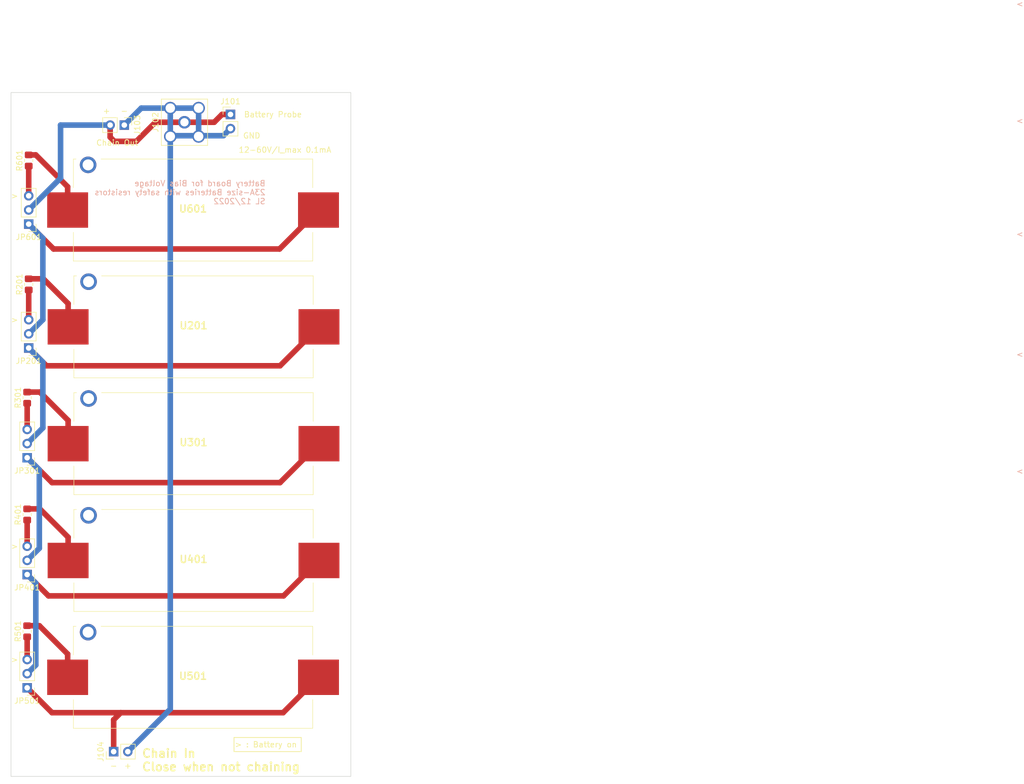
<source format=kicad_pcb>
(kicad_pcb (version 20211014) (generator pcbnew)
  (layers (0 "F.Cu" signal) (31 "B.Cu" signal) (34 "B.Paste" user) (35 "F.Paste" user) (36 "B.SilkS" user "B.Silkscreen") (37 "F.SilkS" user "F.Silkscreen") (38 "B.Mask" user) (39 "F.Mask" user) (44 "Edge.Cuts" user))
  (net 0 "")
  (net 1 "/Battery unit8/V_batt+12V")
  (net 2 "GND")
  (net 3 "/Battery unit/V_batt-")
  (net 4 "/Battery unit/V_batt+12V")
  (net 5 "/Battery unit1/V_batt-")
  (net 6 "/Battery unit2/V_batt-")
  (net 7 "/Battery unit3/V_batt-")
  (net 8 "Net-(JP201-Pad3)")
  (net 9 "Net-(R201-Pad2)")
  (net 10 "Net-(JP301-Pad3)")
  (net 11 "Net-(R301-Pad2)")
  (net 12 "Net-(JP401-Pad3)")
  (net 13 "Net-(R401-Pad2)")
  (net 14 "Net-(JP501-Pad3)")
  (net 15 "Net-(R501-Pad2)")
  (net 20 "Net-(JP601-Pad3)")
  (net 21 "Net-(R601-Pad2)")
  (footprint "Resistor_SMD:R_0805_2012Metric_Pad1.20x1.40mm_HandSolder" (layer "F.Cu") (at 73.025 42.545 90)
    (fp_text reference "R601" (at 0 -1.65 90) (layer "F.SilkS"))
    (fp_text value "120k")
    (fp_line (start -0.227064 -0.735) (end 0.227064 -0.735) (layer "F.SilkS") (width 0.12))
    (fp_line (start -0.227064 0.735) (end 0.227064 0.735) (layer "F.SilkS") (width 0.12))
    (pad "1" smd roundrect (at -1 0 90) (size 1.2 1.4) (layers "F.Cu" "F.Paste" "F.Mask") (roundrect_rratio 0.2083333333) (net 20 "Net-(JP601-Pad3)"))
    (pad "2" smd roundrect (at 1 0 90) (size 1.2 1.4) (layers "F.Cu" "F.Paste" "F.Mask") (roundrect_rratio 0.2083333333) (net 21 "Net-(R601-Pad2)"))
  )
  (footprint "Resistor_SMD:R_0805_2012Metric_Pad1.20x1.40mm_HandSolder" (layer "F.Cu") (at 72.75 106.045 90)
    (fp_text reference "R401" (at 0 -1.65 90) (layer "F.SilkS"))
    (fp_text value "120k")
    (fp_line (start -0.227064 -0.735) (end 0.227064 -0.735) (layer "F.SilkS") (width 0.12))
    (fp_line (start -0.227064 0.735) (end 0.227064 0.735) (layer "F.SilkS") (width 0.12))
    (pad "1" smd roundrect (at -1 0 90) (size 1.2 1.4) (layers "F.Cu" "F.Paste" "F.Mask") (roundrect_rratio 0.2083333333) (net 12 "Net-(JP401-Pad3)"))
    (pad "2" smd roundrect (at 1 0 90) (size 1.2 1.4) (layers "F.Cu" "F.Paste" "F.Mask") (roundrect_rratio 0.2083333333) (net 13 "Net-(R401-Pad2)"))
  )
  (footprint "MountingHole:MountingHole_2.7mm_M2.5" (layer "F.Cu") (at 127.635 149.86 180)
    (fp_text reference "H101" hide)
    (fp_text value "MountingHole")
    (pad "" np_thru_hole circle (at 0 0 180) (size 2.7 2.7) (drill 2.7) (layers *.Cu *.Mask))
  )
  (footprint "Connector_PinHeader_2.54mm:PinHeader_1x02_P2.54mm_Vertical" (layer "F.Cu") (at 90.175 36.195 -90)
    (fp_text reference "J103" (at 0 -2.33 90) (layer "F.SilkS"))
    (fp_text value "Chain Out")
    (fp_line (start -1.33 1.27) (end 1.33 1.27) (layer "F.SilkS") (width 0.12))
    (fp_line (start -1.33 1.27) (end -1.33 3.87) (layer "F.SilkS") (width 0.12))
    (fp_line (start -1.33 0) (end -1.33 -1.33) (layer "F.SilkS") (width 0.12))
    (fp_line (start -1.33 3.87) (end 1.33 3.87) (layer "F.SilkS") (width 0.12))
    (fp_line (start -1.33 -1.33) (end 0 -1.33) (layer "F.SilkS") (width 0.12))
    (fp_line (start 1.33 1.27) (end 1.33 3.87) (layer "F.SilkS") (width 0.12))
    (pad "1" thru_hole rect (at 0 0 270) (size 1.7 1.7) (drill 1) (layers *.Cu *.Mask) (net 2 "GND"))
    (pad "2" thru_hole oval (at 0 2.54 270) (size 1.7 1.7) (drill 1) (layers *.Cu *.Mask) (net 1 "/Battery unit8/V_batt+12V"))
  )
  (footprint "Connector_PinHeader_2.54mm:PinHeader_1x03_P2.54mm_Vertical" (layer "F.Cu") (at 72.75 116.825 180)
    (fp_text reference "JP401" (at 0 -2.33) (layer "F.SilkS"))
    (fp_text value "Bypass")
    (fp_line (start -1.33 6.41) (end 1.33 6.41) (layer "F.SilkS") (width 0.12))
    (fp_line (start 1.33 1.27) (end 1.33 6.41) (layer "F.SilkS") (width 0.12))
    (fp_line (start -1.33 0) (end -1.33 -1.33) (layer "F.SilkS") (width 0.12))
    (fp_line (start -1.33 -1.33) (end 0 -1.33) (layer "F.SilkS") (width 0.12))
    (fp_line (start -1.33 1.27) (end -1.33 6.41) (layer "F.SilkS") (width 0.12))
    (fp_line (start -1.33 1.27) (end 1.33 1.27) (layer "F.SilkS") (width 0.12))
    (pad "1" thru_hole rect (at 0 0 180) (size 1.7 1.7) (drill 1) (layers *.Cu *.Mask) (net 6 "/Battery unit2/V_batt-"))
    (pad "2" thru_hole oval (at 0 2.54 180) (size 1.7 1.7) (drill 1) (layers *.Cu *.Mask) (net 5 "/Battery unit1/V_batt-"))
    (pad "3" thru_hole oval (at 0 5.08 180) (size 1.7 1.7) (drill 1) (layers *.Cu *.Mask) (net 12 "Net-(JP401-Pad3)"))
  )
  (footprint "Connector_PinHeader_2.54mm:PinHeader_1x03_P2.54mm_Vertical" (layer "F.Cu") (at 73.025 53.96 180)
    (fp_text reference "JP601" (at 0 -2.33) (layer "F.SilkS"))
    (fp_text value "Bypass")
    (fp_line (start -1.33 -1.33) (end 0 -1.33) (layer "F.SilkS") (width 0.12))
    (fp_line (start 1.33 1.27) (end 1.33 6.41) (layer "F.SilkS") (width 0.12))
    (fp_line (start -1.33 1.27) (end -1.33 6.41) (layer "F.SilkS") (width 0.12))
    (fp_line (start -1.33 1.27) (end 1.33 1.27) (layer "F.SilkS") (width 0.12))
    (fp_line (start -1.33 6.41) (end 1.33 6.41) (layer "F.SilkS") (width 0.12))
    (fp_line (start -1.33 0) (end -1.33 -1.33) (layer "F.SilkS") (width 0.12))
    (pad "1" thru_hole rect (at 0 0 180) (size 1.7 1.7) (drill 1) (layers *.Cu *.Mask) (net 4 "/Battery unit/V_batt+12V"))
    (pad "2" thru_hole oval (at 0 2.54 180) (size 1.7 1.7) (drill 1) (layers *.Cu *.Mask) (net 1 "/Battery unit8/V_batt+12V"))
    (pad "3" thru_hole oval (at 0 5.08 180) (size 1.7 1.7) (drill 1) (layers *.Cu *.Mask) (net 20 "Net-(JP601-Pad3)"))
  )
  (footprint "23A_Battery_Holder:Keystone-1018" (layer "F.Cu") (at 102.51 51.435)
    (fp_text reference "U601" (at 0 -0.22) (layer "F.SilkS") (effects (font (size 1.27 1.27) (thickness 0.254))))
    (fp_text value "Keystone-1018-SMD" hide)
    (fp_line (start 21.465 9.145) (end -21.465 9.145) (layer "F.SilkS") (width 0.1))
    (fp_line (start -21 -9.145) (end -21.465 -9.145) (layer "F.SilkS") (width 0.1))
    (fp_line (start 21.465 -9.145) (end 21.465 -4) (layer "F.SilkS") (width 0.1))
    (fp_line (start -21.465 9.145) (end -21.465 4) (layer "F.SilkS") (width 0.1))
    (fp_line (start -21.465 -9.145) (end -21.465 -4) (layer "F.SilkS") (width 0.1))
    (fp_line (start -16.5 -9.145) (end 21.465 -9.145) (layer "F.SilkS") (width 0.1))
    (fp_line (start 21.465 4) (end 21.465 9.145) (layer "F.SilkS") (width 0.1))
    (pad "1" smd rect (at -22.5 0 90) (size 6.35 7.34) (layers "F.Cu" "F.Paste" "F.Mask") (net 21 "Net-(R601-Pad2)"))
    (pad "2" smd rect (at 22.5 0 90) (size 6.35 7.34) (layers "F.Cu" "F.Paste" "F.Mask") (net 4 "/Battery unit/V_batt+12V"))
    (pad "MH1" thru_hole circle (at -18.83 -8.1) (size 2.97 2.97) (drill 1.98) (layers *.Cu *.Mask))
  )
  (footprint "Connector_Coaxial:SMA_Amphenol_132203-12_Horizontal" (layer "F.Cu") (at 100.965 35.69)
    (fp_text reference "J102" (at -5.2 0 90) (layer "F.SilkS"))
    (fp_text value "Conn_Coaxial")
    (fp_line (start -4.15 -4.15) (end -4.15 4.15) (layer "F.SilkS") (width 0.12))
    (fp_line (start -4.15 -4.15) (end 4.15 -4.15) (layer "F.SilkS") (width 0.12))
    (fp_line (start -4.15 4.15) (end 4.15 4.15) (layer "F.SilkS") (width 0.12))
    (fp_line (start 4.15 -4.15) (end 4.15 4.15) (layer "F.SilkS") (width 0.12))
    (pad "1" thru_hole circle (at 0 0) (size 2.25 2.25) (drill 1.5) (layers *.Cu *.Mask) (net 1 "/Battery unit8/V_batt+12V"))
    (pad "2" thru_hole circle (at 2.54 -2.54) (size 2.25 2.25) (drill 1.7) (layers *.Cu *.Mask) (net 2 "GND"))
    (pad "2" thru_hole circle (at 2.54 2.54 90) (size 2.25 2.25) (drill 1.7) (layers *.Cu *.Mask) (net 2 "GND"))
    (pad "2" thru_hole circle (at -2.54 2.54) (size 2.25 2.25) (drill 1.7) (layers *.Cu *.Mask) (net 2 "GND"))
    (pad "2" thru_hole circle (at -2.54 -2.54) (size 2.25 2.25) (drill 1.7) (layers *.Cu *.Mask) (net 2 "GND"))
  )
  (footprint "23A_Battery_Holder:Keystone-1018" (layer "F.Cu") (at 102.595 93.345)
    (fp_text reference "U301" (at 0 -0.22) (layer "F.SilkS") (effects (font (size 1.27 1.27) (thickness 0.254))))
    (fp_text value "Keystone-1018-SMD" hide)
    (fp_line (start -16.5 -9.145) (end 21.465 -9.145) (layer "F.SilkS") (width 0.1))
    (fp_line (start 21.465 4) (end 21.465 9.145) (layer "F.SilkS") (width 0.1))
    (fp_line (start 21.465 9.145) (end -21.465 9.145) (layer "F.SilkS") (width 0.1))
    (fp_line (start 21.465 -9.145) (end 21.465 -4) (layer "F.SilkS") (width 0.1))
    (fp_line (start -21 -9.145) (end -21.465 -9.145) (layer "F.SilkS") (width 0.1))
    (fp_line (start -21.465 9.145) (end -21.465 4) (layer "F.SilkS") (width 0.1))
    (fp_line (start -21.465 -9.145) (end -21.465 -4) (layer "F.SilkS") (width 0.1))
    (pad "1" smd rect (at -22.5 0 90) (size 6.35 7.34) (layers "F.Cu" "F.Paste" "F.Mask") (net 11 "Net-(R301-Pad2)"))
    (pad "2" smd rect (at 22.5 0 90) (size 6.35 7.34) (layers "F.Cu" "F.Paste" "F.Mask") (net 5 "/Battery unit1/V_batt-"))
    (pad "MH1" thru_hole circle (at -18.83 -8.1) (size 2.97 2.97) (drill 1.98) (layers *.Cu *.Mask))
  )
  (footprint "23A_Battery_Holder:Keystone-1018" (layer "F.Cu") (at 102.595 72.39)
    (fp_text reference "U201" (at 0 -0.22) (layer "F.SilkS") (effects (font (size 1.27 1.27) (thickness 0.254))))
    (fp_text value "Keystone-1018-SMD" hide)
    (fp_line (start -21 -9.145) (end -21.465 -9.145) (layer "F.SilkS") (width 0.1))
    (fp_line (start -16.5 -9.145) (end 21.465 -9.145) (layer "F.SilkS") (width 0.1))
    (fp_line (start 21.465 -9.145) (end 21.465 -4) (layer "F.SilkS") (width 0.1))
    (fp_line (start 21.465 9.145) (end -21.465 9.145) (layer "F.SilkS") (width 0.1))
    (fp_line (start -21.465 -9.145) (end -21.465 -4) (layer "F.SilkS") (width 0.1))
    (fp_line (start 21.465 4) (end 21.465 9.145) (layer "F.SilkS") (width 0.1))
    (fp_line (start -21.465 9.145) (end -21.465 4) (layer "F.SilkS") (width 0.1))
    (pad "1" smd rect (at -22.5 0 90) (size 6.35 7.34) (layers "F.Cu" "F.Paste" "F.Mask") (net 9 "Net-(R201-Pad2)"))
    (pad "2" smd rect (at 22.5 0 90) (size 6.35 7.34) (layers "F.Cu" "F.Paste" "F.Mask") (net 3 "/Battery unit/V_batt-"))
    (pad "MH1" thru_hole circle (at -18.83 -8.1) (size 2.97 2.97) (drill 1.98) (layers *.Cu *.Mask))
  )
  (footprint "MountingHole:MountingHole_2.7mm_M2.5" (layer "F.Cu") (at 73.025 34.29)
    (fp_text reference "H104" hide)
    (fp_text value "MountingHole")
    (pad "" np_thru_hole circle (at 0 0) (size 2.7 2.7) (drill 2.7) (layers *.Cu *.Mask))
  )
  (footprint "Connector_PinHeader_2.54mm:PinHeader_1x02_P2.54mm_Vertical" (layer "F.Cu") (at 109.22 34.285)
    (fp_text reference "J101" (at 0 -2.33) (layer "F.SilkS"))
    (fp_text value "V_Test")
    (fp_line (start 1.33 1.27) (end 1.33 3.87) (layer "F.SilkS") (width 0.12))
    (fp_line (start -1.33 1.27) (end -1.33 3.87) (layer "F.SilkS") (width 0.12))
    (fp_line (start -1.33 0) (end -1.33 -1.33) (layer "F.SilkS") (width 0.12))
    (fp_line (start -1.33 -1.33) (end 0 -1.33) (layer "F.SilkS") (width 0.12))
    (fp_line (start -1.33 3.87) (end 1.33 3.87) (layer "F.SilkS") (width 0.12))
    (fp_line (start -1.33 1.27) (end 1.33 1.27) (layer "F.SilkS") (width 0.12))
    (pad "1" thru_hole rect (at 0 0) (size 1.7 1.7) (drill 1) (layers *.Cu *.Mask) (net 1 "/Battery unit8/V_batt+12V"))
    (pad "2" thru_hole oval (at 0 2.54) (size 1.7 1.7) (drill 1) (layers *.Cu *.Mask) (net 2 "GND"))
  )
  (footprint "Connector_PinHeader_2.54mm:PinHeader_1x03_P2.54mm_Vertical" (layer "F.Cu") (at 72.75 95.87 180)
    (fp_text reference "JP301" (at 0 -2.33) (layer "F.SilkS"))
    (fp_text value "Bypass")
    (fp_line (start -1.33 1.27) (end 1.33 1.27) (layer "F.SilkS") (width 0.12))
    (fp_line (start -1.33 1.27) (end -1.33 6.41) (layer "F.SilkS") (width 0.12))
    (fp_line (start 1.33 1.27) (end 1.33 6.41) (layer "F.SilkS") (width 0.12))
    (fp_line (start -1.33 0) (end -1.33 -1.33) (layer "F.SilkS") (width 0.12))
    (fp_line (start -1.33 -1.33) (end 0 -1.33) (layer "F.SilkS") (width 0.12))
    (fp_line (start -1.33 6.41) (end 1.33 6.41) (layer "F.SilkS") (width 0.12))
    (pad "1" thru_hole rect (at 0 0 180) (size 1.7 1.7) (drill 1) (layers *.Cu *.Mask) (net 5 "/Battery unit1/V_batt-"))
    (pad "2" thru_hole oval (at 0 2.54 180) (size 1.7 1.7) (drill 1) (layers *.Cu *.Mask) (net 3 "/Battery unit/V_batt-"))
    (pad "3" thru_hole oval (at 0 5.08 180) (size 1.7 1.7) (drill 1) (layers *.Cu *.Mask) (net 10 "Net-(JP301-Pad3)"))
  )
  (footprint "MountingHole:MountingHole_2.7mm_M2.5" (layer "F.Cu") (at 73.025 149.86)
    (fp_text reference "H103" hide)
    (fp_text value "MountingHole")
    (pad "" np_thru_hole circle (at 0 0) (size 2.7 2.7) (drill 2.7) (layers *.Cu *.Mask))
  )
  (footprint "Resistor_SMD:R_0805_2012Metric_Pad1.20x1.40mm_HandSolder" (layer "F.Cu") (at 72.75 127 90)
    (fp_text reference "R501" (at 0 -1.65 90) (layer "F.SilkS"))
    (fp_text value "120k")
    (fp_line (start -0.227064 0.735) (end 0.227064 0.735) (layer "F.SilkS") (width 0.12))
    (fp_line (start -0.227064 -0.735) (end 0.227064 -0.735) (layer "F.SilkS") (width 0.12))
    (pad "1" smd roundrect (at -1 0 90) (size 1.2 1.4) (layers "F.Cu" "F.Paste" "F.Mask") (roundrect_rratio 0.2083333333) (net 14 "Net-(JP501-Pad3)"))
    (pad "2" smd roundrect (at 1 0 90) (size 1.2 1.4) (layers "F.Cu" "F.Paste" "F.Mask") (roundrect_rratio 0.2083333333) (net 15 "Net-(R501-Pad2)"))
  )
  (footprint "Connector_PinHeader_2.54mm:PinHeader_1x03_P2.54mm_Vertical" (layer "F.Cu") (at 73.025 76.185 180)
    (fp_text reference "JP201" (at 0 -2.33) (layer "F.SilkS"))
    (fp_text value "Bypass")
    (fp_line (start -1.33 1.27) (end 1.33 1.27) (layer "F.SilkS") (width 0.12))
    (fp_line (start -1.33 6.41) (end 1.33 6.41) (layer "F.SilkS") (width 0.12))
    (fp_line (start 1.33 1.27) (end 1.33 6.41) (layer "F.SilkS") (width 0.12))
    (fp_line (start -1.33 -1.33) (end 0 -1.33) (layer "F.SilkS") (width 0.12))
    (fp_line (start -1.33 1.27) (end -1.33 6.41) (layer "F.SilkS") (width 0.12))
    (fp_line (start -1.33 0) (end -1.33 -1.33) (layer "F.SilkS") (width 0.12))
    (pad "1" thru_hole rect (at 0 0 180) (size 1.7 1.7) (drill 1) (layers *.Cu *.Mask) (net 3 "/Battery unit/V_batt-"))
    (pad "2" thru_hole oval (at 0 2.54 180) (size 1.7 1.7) (drill 1) (layers *.Cu *.Mask) (net 4 "/Battery unit/V_batt+12V"))
    (pad "3" thru_hole oval (at 0 5.08 180) (size 1.7 1.7) (drill 1) (layers *.Cu *.Mask) (net 8 "Net-(JP201-Pad3)"))
  )
  (footprint "23A_Battery_Holder:Keystone-1018" (layer "F.Cu") (at 102.595 114.3)
    (fp_text reference "U401" (at 0 -0.22) (layer "F.SilkS") (effects (font (size 1.27 1.27) (thickness 0.254))))
    (fp_text value "Keystone-1018-SMD" hide)
    (fp_line (start 21.465 9.145) (end -21.465 9.145) (layer "F.SilkS") (width 0.1))
    (fp_line (start -16.5 -9.145) (end 21.465 -9.145) (layer "F.SilkS") (width 0.1))
    (fp_line (start -21 -9.145) (end -21.465 -9.145) (layer "F.SilkS") (width 0.1))
    (fp_line (start -21.465 9.145) (end -21.465 4) (layer "F.SilkS") (width 0.1))
    (fp_line (start -21.465 -9.145) (end -21.465 -4) (layer "F.SilkS") (width 0.1))
    (fp_line (start 21.465 -9.145) (end 21.465 -4) (layer "F.SilkS") (width 0.1))
    (fp_line (start 21.465 4) (end 21.465 9.145) (layer "F.SilkS") (width 0.1))
    (pad "1" smd rect (at -22.5 0 90) (size 6.35 7.34) (layers "F.Cu" "F.Paste" "F.Mask") (net 13 "Net-(R401-Pad2)"))
    (pad "2" smd rect (at 22.5 0 90) (size 6.35 7.34) (layers "F.Cu" "F.Paste" "F.Mask") (net 6 "/Battery unit2/V_batt-"))
    (pad "MH1" thru_hole circle (at -18.83 -8.1) (size 2.97 2.97) (drill 1.98) (layers *.Cu *.Mask))
  )
  (footprint "Resistor_SMD:R_0805_2012Metric_Pad1.20x1.40mm_HandSolder" (layer "F.Cu") (at 72.75 85.09 90)
    (fp_text reference "R301" (at 0 -1.65 90) (layer "F.SilkS"))
    (fp_text value "120k")
    (fp_line (start -0.227064 -0.735) (end 0.227064 -0.735) (layer "F.SilkS") (width 0.12))
    (fp_line (start -0.227064 0.735) (end 0.227064 0.735) (layer "F.SilkS") (width 0.12))
    (pad "1" smd roundrect (at -1 0 90) (size 1.2 1.4) (layers "F.Cu" "F.Paste" "F.Mask") (roundrect_rratio 0.2083333333) (net 10 "Net-(JP301-Pad3)"))
    (pad "2" smd roundrect (at 1 0 90) (size 1.2 1.4) (layers "F.Cu" "F.Paste" "F.Mask") (roundrect_rratio 0.2083333333) (net 11 "Net-(R301-Pad2)"))
  )
  (footprint "23A_Battery_Holder:Keystone-1018" (layer "F.Cu") (at 102.51 135.255)
    (fp_text reference "U501" (at 0 -0.22) (layer "F.SilkS") (effects (font (size 1.27 1.27) (thickness 0.254))))
    (fp_text value "Keystone-1018-SMD" hide)
    (fp_line (start -16.5 -9.145) (end 21.465 -9.145) (layer "F.SilkS") (width 0.1))
    (fp_line (start 21.465 9.145) (end -21.465 9.145) (layer "F.SilkS") (width 0.1))
    (fp_line (start -21.465 -9.145) (end -21.465 -4) (layer "F.SilkS") (width 0.1))
    (fp_line (start 21.465 4) (end 21.465 9.145) (layer "F.SilkS") (width 0.1))
    (fp_line (start -21 -9.145) (end -21.465 -9.145) (layer "F.SilkS") (width 0.1))
    (fp_line (start -21.465 9.145) (end -21.465 4) (layer "F.SilkS") (width 0.1))
    (fp_line (start 21.465 -9.145) (end 21.465 -4) (layer "F.SilkS") (width 0.1))
    (pad "1" smd rect (at -22.5 0 90) (size 6.35 7.34) (layers "F.Cu" "F.Paste" "F.Mask") (net 15 "Net-(R501-Pad2)"))
    (pad "2" smd rect (at 22.5 0 90) (size 6.35 7.34) (layers "F.Cu" "F.Paste" "F.Mask") (net 7 "/Battery unit3/V_batt-"))
    (pad "MH1" thru_hole circle (at -18.83 -8.1) (size 2.97 2.97) (drill 1.98) (layers *.Cu *.Mask))
  )
  (footprint "Resistor_SMD:R_0805_2012Metric_Pad1.20x1.40mm_HandSolder" (layer "F.Cu") (at 73.025 64.77 90)
    (fp_text reference "R201" (at 0 -1.65 90) (layer "F.SilkS"))
    (fp_text value "120k")
    (fp_line (start -0.227064 -0.735) (end 0.227064 -0.735) (layer "F.SilkS") (width 0.12))
    (fp_line (start -0.227064 0.735) (end 0.227064 0.735) (layer "F.SilkS") (width 0.12))
    (pad "1" smd roundrect (at -1 0 90) (size 1.2 1.4) (layers "F.Cu" "F.Paste" "F.Mask") (roundrect_rratio 0.2083333333) (net 8 "Net-(JP201-Pad3)"))
    (pad "2" smd roundrect (at 1 0 90) (size 1.2 1.4) (layers "F.Cu" "F.Paste" "F.Mask") (roundrect_rratio 0.2083333333) (net 9 "Net-(R201-Pad2)"))
  )
  (footprint "Connector_PinHeader_2.54mm:PinHeader_1x03_P2.54mm_Vertical" (layer "F.Cu") (at 72.75 137.145 180)
    (fp_text reference "JP501" (at 0 -2.33) (layer "F.SilkS"))
    (fp_text value "Bypass")
    (fp_line (start -1.33 1.27) (end -1.33 6.41) (layer "F.SilkS") (width 0.12))
    (fp_line (start -1.33 0) (end -1.33 -1.33) (layer "F.SilkS") (width 0.12))
    (fp_line (start 1.33 1.27) (end 1.33 6.41) (layer "F.SilkS") (width 0.12))
    (fp_line (start -1.33 -1.33) (end 0 -1.33) (layer "F.SilkS") (width 0.12))
    (fp_line (start -1.33 1.27) (end 1.33 1.27) (layer "F.SilkS") (width 0.12))
    (fp_line (start -1.33 6.41) (end 1.33 6.41) (layer "F.SilkS") (width 0.12))
    (pad "1" thru_hole rect (at 0 0 180) (size 1.7 1.7) (drill 1) (layers *.Cu *.Mask) (net 7 "/Battery unit3/V_batt-"))
    (pad "2" thru_hole oval (at 0 2.54 180) (size 1.7 1.7) (drill 1) (layers *.Cu *.Mask) (net 6 "/Battery unit2/V_batt-"))
    (pad "3" thru_hole oval (at 0 5.08 180) (size 1.7 1.7) (drill 1) (layers *.Cu *.Mask) (net 14 "Net-(JP501-Pad3)"))
  )
  (footprint "Connector_PinHeader_2.54mm:PinHeader_1x02_P2.54mm_Vertical" (layer "F.Cu") (at 88.265 148.59 90)
    (fp_text reference "J104" (at 0 -2.33 90) (layer "F.SilkS"))
    (fp_text value "Chain In")
    (fp_line (start -1.33 -1.33) (end 0 -1.33) (layer "F.SilkS") (width 0.12))
    (fp_line (start 1.33 1.27) (end 1.33 3.87) (layer "F.SilkS") (width 0.12))
    (fp_line (start -1.33 0) (end -1.33 -1.33) (layer "F.SilkS") (width 0.12))
    (fp_line (start -1.33 1.27) (end 1.33 1.27) (layer "F.SilkS") (width 0.12))
    (fp_line (start -1.33 1.27) (end -1.33 3.87) (layer "F.SilkS") (width 0.12))
    (fp_line (start -1.33 3.87) (end 1.33 3.87) (layer "F.SilkS") (width 0.12))
    (pad "1" thru_hole rect (at 0 0 90) (size 1.7 1.7) (drill 1) (layers *.Cu *.Mask) (net 7 "/Battery unit3/V_batt-"))
    (pad "2" thru_hole oval (at 0 2.54 90) (size 1.7 1.7) (drill 1) (layers *.Cu *.Mask) (net 2 "GND"))
  )
  (footprint "MountingHole:MountingHole_2.7mm_M2.5" (layer "F.Cu") (at 127.635 34.29 180)
    (fp_text reference "H102" hide)
    (fp_text value "MountingHole")
    (pad "" np_thru_hole circle (at 0 0 180) (size 2.7 2.7) (drill 2.7) (layers *.Cu *.Mask))
  )
  (gr_rect (start 109.855 146.05) (end 121.92 148.59) (layer "F.SilkS") (width 0.15) (fill none))
  (gr_rect (start 69.85 30.353) (end 130.81 153.035) (layer "Edge.Cuts") (width 0.1) (fill none))
  (gr_text "<" (at 250.825 98.425 180) (layer "B.SilkS") (effects (font (size 1 1)) (justify mirror)))
  (gr_text "<" (at 250.825 14.605 180) (layer "B.SilkS") (effects (font (size 1 1)) (justify mirror)))
  (gr_text "<" (at 250.825 55.88 180) (layer "B.SilkS") (effects (font (size 1 1)) (justify mirror)))
  (gr_text "<" (at 250.825 77.47 180) (layer "B.SilkS") (effects (font (size 1 1)) (justify mirror)))
  (gr_text "Battery Board for Bias Voltage\n23A-size Batteries with safety resistors\nSL 12/2022" (at 115.57 48.26) (layer "B.SilkS") (effects (font (size 1 1)) (justify left mirror)))
  (gr_text "<" (at 250.825 35.56 180) (layer "B.SilkS") (effects (font (size 1 1)) (justify mirror)))
  (gr_text "-" (at 88.265 151.13) (layer "F.SilkS") (effects (font (size 1 1))))
  (gr_text "Battery Probe" (at 116.84 34.29) (layer "F.SilkS") (effects (font (size 1 1))))
  (gr_text "GND" (at 113.03 38.1) (layer "F.SilkS") (effects (font (size 1 1))))
  (gr_text "-" (at 90.17 33.655) (layer "F.SilkS") (effects (font (size 1 1))))
  (gr_text "Chain In\nClose when not chaining" (at 93.218 150.114) (layer "F.SilkS") (effects (font (size 1.5 1.5) (thickness 0.3)) (justify left)))
  (gr_text "Chain Out" (at 88.9 39.37) (layer "F.SilkS") (effects (font (size 1 1))))
  (gr_text ">" (at 70.485 71.12) (layer "F.SilkS") (effects (font (size 1 1))))
  (gr_text "+" (at 86.995 33.655) (layer "F.SilkS") (effects (font (size 1 1))))
  (gr_text "> : Battery on\n" (at 115.57 147.32) (layer "F.SilkS") (effects (font (size 1 1))))
  (gr_text "+" (at 90.805 151.13) (layer "F.SilkS") (effects (font (size 1 1))))
  (gr_text ">" (at 70.485 48.895) (layer "F.SilkS") (effects (font (size 1 1))))
  (gr_text "12-60V/I_max 0.1mA " (at 119.38 40.64) (layer "F.SilkS") (effects (font (size 1 1))))
  (gr_text ">" (at 70.485 132.08) (layer "F.SilkS") (effects (font (size 1 1))))
  (gr_text ">" (at 70.485 111.76) (layer "F.SilkS") (effects (font (size 1 1))))
  (segment (start 107.701 34.285) (end 109.22 34.285) (width 1) (layer "F.Cu") (net 1))
  (segment (start 95.755 35.69) (end 106.296 35.69) (width 1) (layer "F.Cu") (net 1))
  (segment (start 87.635 38.359) (end 88.392 39.116) (width 1) (layer "F.Cu") (net 1))
  (segment (start 92.329 39.116) (end 95.755 35.69) (width 1) (layer "F.Cu") (net 1))
  (segment (start 87.635 36.195) (end 87.635 38.359) (width 1) (layer "F.Cu") (net 1))
  (segment (start 88.392 39.116) (end 92.329 39.116) (width 1) (layer "F.Cu") (net 1))
  (segment (start 106.296 35.69) (end 107.701 34.285) (width 1) (layer "F.Cu") (net 1))
  (segment (start 78.74 45.72) (end 78.74 36.195) (width 1) (layer "B.Cu") (net 1))
  (segment (start 78.74 36.195) (end 87.635 36.195) (width 1) (layer "B.Cu") (net 1))
  (segment (start 73.025 51.42) (end 78.725 45.72) (width 1) (layer "B.Cu") (net 1))
  (segment (start 78.725 45.72) (end 78.74 45.72) (width 1) (layer "B.Cu") (net 1))
  (segment (start 90.805 148.59) (end 98.425 140.97) (width 1) (layer "B.Cu") (net 2))
  (segment (start 98.425 140.97) (end 98.425 38.23) (width 1) (layer "B.Cu") (net 2))
  (segment (start 99.3425 38.1) (end 107.945 38.1) (width 1) (layer "B.Cu") (net 2))
  (segment (start 98.425 39.0175) (end 99.3425 38.1) (width 1) (layer "B.Cu") (net 2))
  (segment (start 98.425 33.15) (end 93.22 33.15) (width 1) (layer "B.Cu") (net 2))
  (segment (start 107.945 38.1) (end 109.22 36.825) (width 1) (layer "B.Cu") (net 2))
  (segment (start 103.505 33.9375) (end 102.7175 33.15) (width 1) (layer "B.Cu") (net 2))
  (segment (start 93.22 33.15) (end 90.175 36.195) (width 1) (layer "B.Cu") (net 2))
  (segment (start 102.7175 33.15) (end 98.425 33.15) (width 1) (layer "B.Cu") (net 2))
  (segment (start 103.505 38.23) (end 103.505 33.9375) (width 1) (layer "B.Cu") (net 2))
  (segment (start 98.425 33.15) (end 98.425 39.0175) (width 1) (layer "B.Cu") (net 2))
  (segment (start 76.215 79.375) (end 118.11 79.375) (width 1) (layer "F.Cu") (net 3))
  (segment (start 73.025 76.185) (end 76.215 79.375) (width 1) (layer "F.Cu") (net 3))
  (segment (start 118.11 79.375) (end 125.095 72.39) (width 1) (layer "F.Cu") (net 3))
  (segment (start 75.565 78.725) (end 75.565 90.515) (width 1) (layer "B.Cu") (net 3))
  (segment (start 75.565 90.515) (end 72.75 93.33) (width 1) (layer "B.Cu") (net 3))
  (segment (start 73.025 76.185) (end 75.565 78.725) (width 1) (layer "B.Cu") (net 3))
  (segment (start 77.485 58.42) (end 118.025 58.42) (width 1) (layer "F.Cu") (net 4))
  (segment (start 118.025 58.42) (end 125.01 51.435) (width 1) (layer "F.Cu") (net 4))
  (segment (start 73.025 53.96) (end 77.485 58.42) (width 1) (layer "F.Cu") (net 4))
  (segment (start 73.025 53.96) (end 75.565 56.5) (width 1) (layer "B.Cu") (net 4))
  (segment (start 75.565 71.105) (end 73.025 73.645) (width 1) (layer "B.Cu") (net 4))
  (segment (start 75.565 56.5) (end 75.565 71.105) (width 1) (layer "B.Cu") (net 4))
  (segment (start 72.75 95.87) (end 77.21 100.33) (width 1) (layer "F.Cu") (net 5))
  (segment (start 77.21 100.33) (end 118.11 100.33) (width 1) (layer "F.Cu") (net 5))
  (segment (start 118.11 100.33) (end 125.095 93.345) (width 1) (layer "F.Cu") (net 5))
  (segment (start 74.93 112.105) (end 72.75 114.285) (width 1) (layer "B.Cu") (net 5))
  (segment (start 74.93 98.05) (end 74.93 112.105) (width 1) (layer "B.Cu") (net 5))
  (segment (start 72.75 95.87) (end 74.93 98.05) (width 1) (layer "B.Cu") (net 5))
  (segment (start 72.75 116.825) (end 76.575 120.65) (width 1) (layer "F.Cu") (net 6))
  (segment (start 118.745 120.65) (end 125.095 114.3) (width 1) (layer "F.Cu") (net 6))
  (segment (start 76.575 120.65) (end 118.745 120.65) (width 1) (layer "F.Cu") (net 6))
  (segment (start 74.3 133.055) (end 72.75 134.605) (width 1) (layer "B.Cu") (net 6))
  (segment (start 72.75 116.825) (end 74.3 118.375) (width 1) (layer "B.Cu") (net 6))
  (segment (start 74.3 118.375) (end 74.3 133.055) (width 1) (layer "B.Cu") (net 6))
  (segment (start 72.75 137.145) (end 77.21 141.605) (width 1) (layer "F.Cu") (net 7))
  (segment (start 89.535 141.605) (end 118.66 141.605) (width 1) (layer "F.Cu") (net 7))
  (segment (start 88.265 142.875) (end 89.535 141.605) (width 1) (layer "F.Cu") (net 7))
  (segment (start 77.21 141.605) (end 89.535 141.605) (width 1) (layer "F.Cu") (net 7))
  (segment (start 118.66 141.605) (end 125.01 135.255) (width 1) (layer "F.Cu") (net 7))
  (segment (start 88.265 148.59) (end 88.265 142.875) (width 1) (layer "F.Cu") (net 7))
  (segment (start 73.025 65.77) (end 73.025 71.105) (width 1) (layer "F.Cu") (net 8))
  (segment (start 73.025 63.77) (end 75.65 63.77) (width 1) (layer "F.Cu") (net 9))
  (segment (start 80.095 68.215) (end 80.095 72.39) (width 1) (layer "F.Cu") (net 9))
  (segment (start 75.65 63.77) (end 80.095 68.215) (width 1) (layer "F.Cu") (net 9))
  (segment (start 72.75 86.09) (end 72.75 90.79) (width 1) (layer "F.Cu") (net 10))
  (segment (start 80.095 89.17) (end 80.095 93.345) (width 1) (layer "F.Cu") (net 11))
  (segment (start 75.015 84.09) (end 80.095 89.17) (width 1) (layer "F.Cu") (net 11))
  (segment (start 72.75 84.09) (end 75.015 84.09) (width 1) (layer "F.Cu") (net 11))
  (segment (start 72.75 107.045) (end 72.75 111.745) (width 1) (layer "F.Cu") (net 12))
  (segment (start 80.095 110.125) (end 80.095 114.3) (width 1) (layer "F.Cu") (net 13))
  (segment (start 72.75 105.045) (end 75.015 105.045) (width 1) (layer "F.Cu") (net 13))
  (segment (start 75.015 105.045) (end 80.095 110.125) (width 1) (layer "F.Cu") (net 13))
  (segment (start 72.75 128) (end 72.75 132.065) (width 1) (layer "F.Cu") (net 14))
  (segment (start 72.75 126) (end 74.93 126) (width 1) (layer "F.Cu") (net 15))
  (segment (start 80.01 131.08) (end 80.01 135.255) (width 1) (layer "F.Cu") (net 15))
  (segment (start 74.93 126) (end 80.01 131.08) (width 1) (layer "F.Cu") (net 15))
  (segment (start 73.025 43.545) (end 73.025 48.88) (width 1) (layer "F.Cu") (net 20))
  (segment (start 74.295 41.545) (end 73.025 41.545) (width 1) (layer "F.Cu") (net 21))
  (segment (start 80.01 47.26) (end 74.295 41.545) (width 1) (layer "F.Cu") (net 21))
  (segment (start 80.01 51.435) (end 80.01 47.26) (width 1) (layer "F.Cu") (net 21))
)
</source>
